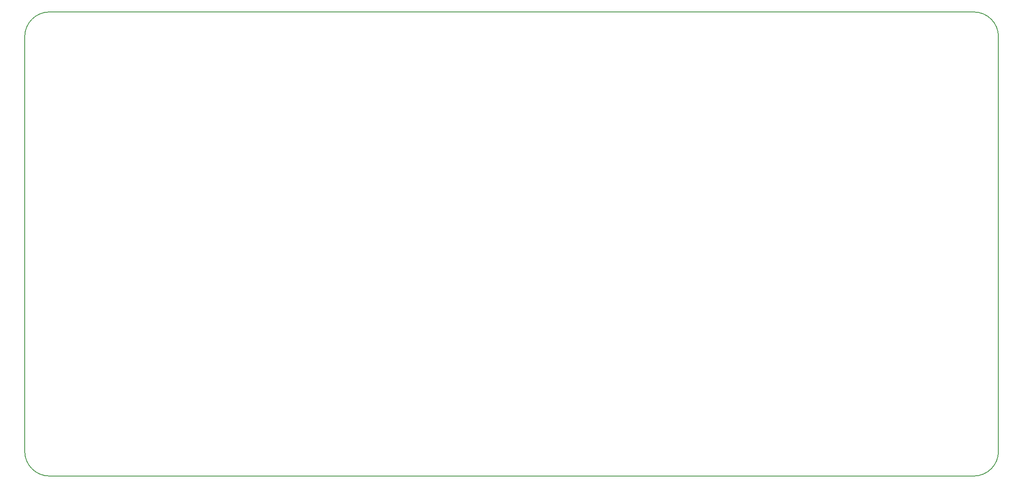
<source format=gm1>
G04 #@! TF.GenerationSoftware,KiCad,Pcbnew,(6.0.7)*
G04 #@! TF.CreationDate,2024-12-28T01:02:52-06:00*
G04 #@! TF.ProjectId,MSX-One_Keyboard,4d53582d-4f6e-4655-9f4b-6579626f6172,1.0*
G04 #@! TF.SameCoordinates,Original*
G04 #@! TF.FileFunction,Profile,NP*
%FSLAX46Y46*%
G04 Gerber Fmt 4.6, Leading zero omitted, Abs format (unit mm)*
G04 Created by KiCad (PCBNEW (6.0.7)) date 2024-12-28 01:02:52*
%MOMM*%
%LPD*%
G01*
G04 APERTURE LIST*
G04 #@! TA.AperFunction,Profile*
%ADD10C,0.150000*%
G04 #@! TD*
G04 APERTURE END LIST*
D10*
X108585000Y-187325000D02*
G75*
G03*
X113665000Y-192405000I5080000J0D01*
G01*
X303847500Y-96837500D02*
X113665000Y-96837500D01*
X308927500Y-101917500D02*
G75*
G03*
X303847500Y-96837500I-5080000J0D01*
G01*
X303847500Y-192405000D02*
G75*
G03*
X308927500Y-187325000I0J5080000D01*
G01*
X113665000Y-96837500D02*
G75*
G03*
X108585000Y-101917500I0J-5080000D01*
G01*
X308927500Y-187325000D02*
X308927500Y-101917500D01*
X108585000Y-101917500D02*
X108585000Y-187325000D01*
X113665000Y-192405000D02*
X303847500Y-192405000D01*
M02*

</source>
